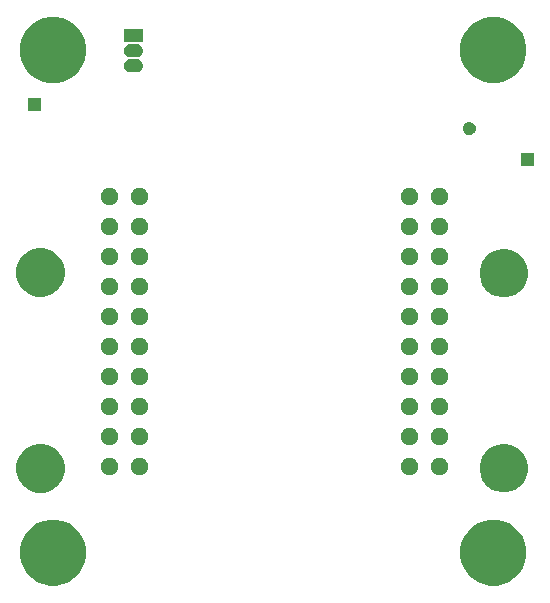
<source format=gts>
G04 #@! TF.GenerationSoftware,KiCad,Pcbnew,5.1.5+dfsg1-2build2*
G04 #@! TF.CreationDate,2021-05-18T17:36:40-03:00*
G04 #@! TF.ProjectId,jbox_kicad,6a626f78-5f6b-4696-9361-642e6b696361,0*
G04 #@! TF.SameCoordinates,Original*
G04 #@! TF.FileFunction,Soldermask,Top*
G04 #@! TF.FilePolarity,Negative*
%FSLAX46Y46*%
G04 Gerber Fmt 4.6, Leading zero omitted, Abs format (unit mm)*
G04 Created by KiCad (PCBNEW 5.1.5+dfsg1-2build2) date 2021-05-18 17:36:40*
%MOMM*%
%LPD*%
G04 APERTURE LIST*
%ADD10C,0.500000*%
G04 APERTURE END LIST*
D10*
G36*
X252086463Y-150249333D02*
G01*
X252596176Y-150460463D01*
X253054906Y-150766976D01*
X253445024Y-151157094D01*
X253751537Y-151615824D01*
X253962667Y-152125537D01*
X254070300Y-152666645D01*
X254070300Y-153218355D01*
X253962667Y-153759463D01*
X253751537Y-154269176D01*
X253445024Y-154727906D01*
X253054906Y-155118024D01*
X252596176Y-155424537D01*
X252086463Y-155635667D01*
X251545355Y-155743300D01*
X250993645Y-155743300D01*
X250452537Y-155635667D01*
X249942824Y-155424537D01*
X249484094Y-155118024D01*
X249093976Y-154727906D01*
X248787463Y-154269176D01*
X248576333Y-153759463D01*
X248468700Y-153218355D01*
X248468700Y-152666645D01*
X248576333Y-152125537D01*
X248787463Y-151615824D01*
X249093976Y-151157094D01*
X249484094Y-150766976D01*
X249942824Y-150460463D01*
X250452537Y-150249333D01*
X250993645Y-150141700D01*
X251545355Y-150141700D01*
X252086463Y-150249333D01*
G37*
G36*
X214809423Y-150249333D02*
G01*
X215319136Y-150460463D01*
X215777866Y-150766976D01*
X216167984Y-151157094D01*
X216474497Y-151615824D01*
X216685627Y-152125537D01*
X216793260Y-152666645D01*
X216793260Y-153218355D01*
X216685627Y-153759463D01*
X216474497Y-154269176D01*
X216167984Y-154727906D01*
X215777866Y-155118024D01*
X215319136Y-155424537D01*
X214809423Y-155635667D01*
X214268315Y-155743300D01*
X213716605Y-155743300D01*
X213175497Y-155635667D01*
X212665784Y-155424537D01*
X212207054Y-155118024D01*
X211816936Y-154727906D01*
X211510423Y-154269176D01*
X211299293Y-153759463D01*
X211191660Y-153218355D01*
X211191660Y-152666645D01*
X211299293Y-152125537D01*
X211510423Y-151615824D01*
X211816936Y-151157094D01*
X212207054Y-150766976D01*
X212665784Y-150460463D01*
X213175497Y-150249333D01*
X213716605Y-150141700D01*
X214268315Y-150141700D01*
X214809423Y-150249333D01*
G37*
G36*
X213526396Y-143834171D02*
G01*
X213899618Y-143988765D01*
X214235509Y-144213200D01*
X214521160Y-144498851D01*
X214745595Y-144834742D01*
X214900189Y-145207964D01*
X214979000Y-145604174D01*
X214979000Y-146008146D01*
X214900189Y-146404356D01*
X214745595Y-146777578D01*
X214521160Y-147113469D01*
X214235509Y-147399120D01*
X213899618Y-147623555D01*
X213526396Y-147778149D01*
X213130186Y-147856960D01*
X212726214Y-147856960D01*
X212330004Y-147778149D01*
X211956782Y-147623555D01*
X211620891Y-147399120D01*
X211335240Y-147113469D01*
X211110805Y-146777578D01*
X210956211Y-146404356D01*
X210877400Y-146008146D01*
X210877400Y-145604174D01*
X210956211Y-145207964D01*
X211110805Y-144834742D01*
X211335240Y-144498851D01*
X211620891Y-144213200D01*
X211956782Y-143988765D01*
X212330004Y-143834171D01*
X212726214Y-143755360D01*
X213130186Y-143755360D01*
X213526396Y-143834171D01*
G37*
G36*
X252769396Y-143824011D02*
G01*
X253142618Y-143978605D01*
X253478509Y-144203040D01*
X253764160Y-144488691D01*
X253988595Y-144824582D01*
X254143189Y-145197804D01*
X254222000Y-145594014D01*
X254222000Y-145997986D01*
X254143189Y-146394196D01*
X253988595Y-146767418D01*
X253764160Y-147103309D01*
X253478509Y-147388960D01*
X253142618Y-147613395D01*
X252769396Y-147767989D01*
X252373186Y-147846800D01*
X251969214Y-147846800D01*
X251573004Y-147767989D01*
X251199782Y-147613395D01*
X250863891Y-147388960D01*
X250578240Y-147103309D01*
X250353805Y-146767418D01*
X250199211Y-146394196D01*
X250120400Y-145997986D01*
X250120400Y-145594014D01*
X250199211Y-145197804D01*
X250353805Y-144824582D01*
X250578240Y-144488691D01*
X250863891Y-144203040D01*
X251199782Y-143978605D01*
X251573004Y-143824011D01*
X251969214Y-143745200D01*
X252373186Y-143745200D01*
X252769396Y-143824011D01*
G37*
G36*
X244389200Y-144921653D02*
G01*
X244525837Y-144978249D01*
X244648807Y-145060415D01*
X244753385Y-145164993D01*
X244835551Y-145287963D01*
X244892147Y-145424600D01*
X244921000Y-145569653D01*
X244921000Y-145717547D01*
X244892147Y-145862600D01*
X244835551Y-145999237D01*
X244753385Y-146122207D01*
X244648807Y-146226785D01*
X244525837Y-146308951D01*
X244389200Y-146365547D01*
X244244147Y-146394400D01*
X244096253Y-146394400D01*
X243951200Y-146365547D01*
X243814563Y-146308951D01*
X243691593Y-146226785D01*
X243587015Y-146122207D01*
X243504849Y-145999237D01*
X243448253Y-145862600D01*
X243419400Y-145717547D01*
X243419400Y-145569653D01*
X243448253Y-145424600D01*
X243504849Y-145287963D01*
X243587015Y-145164993D01*
X243691593Y-145060415D01*
X243814563Y-144978249D01*
X243951200Y-144921653D01*
X244096253Y-144892800D01*
X244244147Y-144892800D01*
X244389200Y-144921653D01*
G37*
G36*
X246929200Y-144921653D02*
G01*
X247065837Y-144978249D01*
X247188807Y-145060415D01*
X247293385Y-145164993D01*
X247375551Y-145287963D01*
X247432147Y-145424600D01*
X247461000Y-145569653D01*
X247461000Y-145717547D01*
X247432147Y-145862600D01*
X247375551Y-145999237D01*
X247293385Y-146122207D01*
X247188807Y-146226785D01*
X247065837Y-146308951D01*
X246929200Y-146365547D01*
X246784147Y-146394400D01*
X246636253Y-146394400D01*
X246491200Y-146365547D01*
X246354563Y-146308951D01*
X246231593Y-146226785D01*
X246127015Y-146122207D01*
X246044849Y-145999237D01*
X245988253Y-145862600D01*
X245959400Y-145717547D01*
X245959400Y-145569653D01*
X245988253Y-145424600D01*
X246044849Y-145287963D01*
X246127015Y-145164993D01*
X246231593Y-145060415D01*
X246354563Y-144978249D01*
X246491200Y-144921653D01*
X246636253Y-144892800D01*
X246784147Y-144892800D01*
X246929200Y-144921653D01*
G37*
G36*
X218989200Y-144921653D02*
G01*
X219125837Y-144978249D01*
X219248807Y-145060415D01*
X219353385Y-145164993D01*
X219435551Y-145287963D01*
X219492147Y-145424600D01*
X219521000Y-145569653D01*
X219521000Y-145717547D01*
X219492147Y-145862600D01*
X219435551Y-145999237D01*
X219353385Y-146122207D01*
X219248807Y-146226785D01*
X219125837Y-146308951D01*
X218989200Y-146365547D01*
X218844147Y-146394400D01*
X218696253Y-146394400D01*
X218551200Y-146365547D01*
X218414563Y-146308951D01*
X218291593Y-146226785D01*
X218187015Y-146122207D01*
X218104849Y-145999237D01*
X218048253Y-145862600D01*
X218019400Y-145717547D01*
X218019400Y-145569653D01*
X218048253Y-145424600D01*
X218104849Y-145287963D01*
X218187015Y-145164993D01*
X218291593Y-145060415D01*
X218414563Y-144978249D01*
X218551200Y-144921653D01*
X218696253Y-144892800D01*
X218844147Y-144892800D01*
X218989200Y-144921653D01*
G37*
G36*
X221529200Y-144921653D02*
G01*
X221665837Y-144978249D01*
X221788807Y-145060415D01*
X221893385Y-145164993D01*
X221975551Y-145287963D01*
X222032147Y-145424600D01*
X222061000Y-145569653D01*
X222061000Y-145717547D01*
X222032147Y-145862600D01*
X221975551Y-145999237D01*
X221893385Y-146122207D01*
X221788807Y-146226785D01*
X221665837Y-146308951D01*
X221529200Y-146365547D01*
X221384147Y-146394400D01*
X221236253Y-146394400D01*
X221091200Y-146365547D01*
X220954563Y-146308951D01*
X220831593Y-146226785D01*
X220727015Y-146122207D01*
X220644849Y-145999237D01*
X220588253Y-145862600D01*
X220559400Y-145717547D01*
X220559400Y-145569653D01*
X220588253Y-145424600D01*
X220644849Y-145287963D01*
X220727015Y-145164993D01*
X220831593Y-145060415D01*
X220954563Y-144978249D01*
X221091200Y-144921653D01*
X221236253Y-144892800D01*
X221384147Y-144892800D01*
X221529200Y-144921653D01*
G37*
G36*
X246929200Y-142381653D02*
G01*
X247065837Y-142438249D01*
X247188807Y-142520415D01*
X247293385Y-142624993D01*
X247375551Y-142747963D01*
X247432147Y-142884600D01*
X247461000Y-143029653D01*
X247461000Y-143177547D01*
X247432147Y-143322600D01*
X247375551Y-143459237D01*
X247293385Y-143582207D01*
X247188807Y-143686785D01*
X247065837Y-143768951D01*
X246929200Y-143825547D01*
X246784147Y-143854400D01*
X246636253Y-143854400D01*
X246491200Y-143825547D01*
X246354563Y-143768951D01*
X246231593Y-143686785D01*
X246127015Y-143582207D01*
X246044849Y-143459237D01*
X245988253Y-143322600D01*
X245959400Y-143177547D01*
X245959400Y-143029653D01*
X245988253Y-142884600D01*
X246044849Y-142747963D01*
X246127015Y-142624993D01*
X246231593Y-142520415D01*
X246354563Y-142438249D01*
X246491200Y-142381653D01*
X246636253Y-142352800D01*
X246784147Y-142352800D01*
X246929200Y-142381653D01*
G37*
G36*
X244389200Y-142381653D02*
G01*
X244525837Y-142438249D01*
X244648807Y-142520415D01*
X244753385Y-142624993D01*
X244835551Y-142747963D01*
X244892147Y-142884600D01*
X244921000Y-143029653D01*
X244921000Y-143177547D01*
X244892147Y-143322600D01*
X244835551Y-143459237D01*
X244753385Y-143582207D01*
X244648807Y-143686785D01*
X244525837Y-143768951D01*
X244389200Y-143825547D01*
X244244147Y-143854400D01*
X244096253Y-143854400D01*
X243951200Y-143825547D01*
X243814563Y-143768951D01*
X243691593Y-143686785D01*
X243587015Y-143582207D01*
X243504849Y-143459237D01*
X243448253Y-143322600D01*
X243419400Y-143177547D01*
X243419400Y-143029653D01*
X243448253Y-142884600D01*
X243504849Y-142747963D01*
X243587015Y-142624993D01*
X243691593Y-142520415D01*
X243814563Y-142438249D01*
X243951200Y-142381653D01*
X244096253Y-142352800D01*
X244244147Y-142352800D01*
X244389200Y-142381653D01*
G37*
G36*
X221529200Y-142381653D02*
G01*
X221665837Y-142438249D01*
X221788807Y-142520415D01*
X221893385Y-142624993D01*
X221975551Y-142747963D01*
X222032147Y-142884600D01*
X222061000Y-143029653D01*
X222061000Y-143177547D01*
X222032147Y-143322600D01*
X221975551Y-143459237D01*
X221893385Y-143582207D01*
X221788807Y-143686785D01*
X221665837Y-143768951D01*
X221529200Y-143825547D01*
X221384147Y-143854400D01*
X221236253Y-143854400D01*
X221091200Y-143825547D01*
X220954563Y-143768951D01*
X220831593Y-143686785D01*
X220727015Y-143582207D01*
X220644849Y-143459237D01*
X220588253Y-143322600D01*
X220559400Y-143177547D01*
X220559400Y-143029653D01*
X220588253Y-142884600D01*
X220644849Y-142747963D01*
X220727015Y-142624993D01*
X220831593Y-142520415D01*
X220954563Y-142438249D01*
X221091200Y-142381653D01*
X221236253Y-142352800D01*
X221384147Y-142352800D01*
X221529200Y-142381653D01*
G37*
G36*
X218989200Y-142381653D02*
G01*
X219125837Y-142438249D01*
X219248807Y-142520415D01*
X219353385Y-142624993D01*
X219435551Y-142747963D01*
X219492147Y-142884600D01*
X219521000Y-143029653D01*
X219521000Y-143177547D01*
X219492147Y-143322600D01*
X219435551Y-143459237D01*
X219353385Y-143582207D01*
X219248807Y-143686785D01*
X219125837Y-143768951D01*
X218989200Y-143825547D01*
X218844147Y-143854400D01*
X218696253Y-143854400D01*
X218551200Y-143825547D01*
X218414563Y-143768951D01*
X218291593Y-143686785D01*
X218187015Y-143582207D01*
X218104849Y-143459237D01*
X218048253Y-143322600D01*
X218019400Y-143177547D01*
X218019400Y-143029653D01*
X218048253Y-142884600D01*
X218104849Y-142747963D01*
X218187015Y-142624993D01*
X218291593Y-142520415D01*
X218414563Y-142438249D01*
X218551200Y-142381653D01*
X218696253Y-142352800D01*
X218844147Y-142352800D01*
X218989200Y-142381653D01*
G37*
G36*
X244389200Y-139841653D02*
G01*
X244525837Y-139898249D01*
X244648807Y-139980415D01*
X244753385Y-140084993D01*
X244835551Y-140207963D01*
X244892147Y-140344600D01*
X244921000Y-140489653D01*
X244921000Y-140637547D01*
X244892147Y-140782600D01*
X244835551Y-140919237D01*
X244753385Y-141042207D01*
X244648807Y-141146785D01*
X244525837Y-141228951D01*
X244389200Y-141285547D01*
X244244147Y-141314400D01*
X244096253Y-141314400D01*
X243951200Y-141285547D01*
X243814563Y-141228951D01*
X243691593Y-141146785D01*
X243587015Y-141042207D01*
X243504849Y-140919237D01*
X243448253Y-140782600D01*
X243419400Y-140637547D01*
X243419400Y-140489653D01*
X243448253Y-140344600D01*
X243504849Y-140207963D01*
X243587015Y-140084993D01*
X243691593Y-139980415D01*
X243814563Y-139898249D01*
X243951200Y-139841653D01*
X244096253Y-139812800D01*
X244244147Y-139812800D01*
X244389200Y-139841653D01*
G37*
G36*
X218989200Y-139841653D02*
G01*
X219125837Y-139898249D01*
X219248807Y-139980415D01*
X219353385Y-140084993D01*
X219435551Y-140207963D01*
X219492147Y-140344600D01*
X219521000Y-140489653D01*
X219521000Y-140637547D01*
X219492147Y-140782600D01*
X219435551Y-140919237D01*
X219353385Y-141042207D01*
X219248807Y-141146785D01*
X219125837Y-141228951D01*
X218989200Y-141285547D01*
X218844147Y-141314400D01*
X218696253Y-141314400D01*
X218551200Y-141285547D01*
X218414563Y-141228951D01*
X218291593Y-141146785D01*
X218187015Y-141042207D01*
X218104849Y-140919237D01*
X218048253Y-140782600D01*
X218019400Y-140637547D01*
X218019400Y-140489653D01*
X218048253Y-140344600D01*
X218104849Y-140207963D01*
X218187015Y-140084993D01*
X218291593Y-139980415D01*
X218414563Y-139898249D01*
X218551200Y-139841653D01*
X218696253Y-139812800D01*
X218844147Y-139812800D01*
X218989200Y-139841653D01*
G37*
G36*
X246929200Y-139841653D02*
G01*
X247065837Y-139898249D01*
X247188807Y-139980415D01*
X247293385Y-140084993D01*
X247375551Y-140207963D01*
X247432147Y-140344600D01*
X247461000Y-140489653D01*
X247461000Y-140637547D01*
X247432147Y-140782600D01*
X247375551Y-140919237D01*
X247293385Y-141042207D01*
X247188807Y-141146785D01*
X247065837Y-141228951D01*
X246929200Y-141285547D01*
X246784147Y-141314400D01*
X246636253Y-141314400D01*
X246491200Y-141285547D01*
X246354563Y-141228951D01*
X246231593Y-141146785D01*
X246127015Y-141042207D01*
X246044849Y-140919237D01*
X245988253Y-140782600D01*
X245959400Y-140637547D01*
X245959400Y-140489653D01*
X245988253Y-140344600D01*
X246044849Y-140207963D01*
X246127015Y-140084993D01*
X246231593Y-139980415D01*
X246354563Y-139898249D01*
X246491200Y-139841653D01*
X246636253Y-139812800D01*
X246784147Y-139812800D01*
X246929200Y-139841653D01*
G37*
G36*
X221529200Y-139841653D02*
G01*
X221665837Y-139898249D01*
X221788807Y-139980415D01*
X221893385Y-140084993D01*
X221975551Y-140207963D01*
X222032147Y-140344600D01*
X222061000Y-140489653D01*
X222061000Y-140637547D01*
X222032147Y-140782600D01*
X221975551Y-140919237D01*
X221893385Y-141042207D01*
X221788807Y-141146785D01*
X221665837Y-141228951D01*
X221529200Y-141285547D01*
X221384147Y-141314400D01*
X221236253Y-141314400D01*
X221091200Y-141285547D01*
X220954563Y-141228951D01*
X220831593Y-141146785D01*
X220727015Y-141042207D01*
X220644849Y-140919237D01*
X220588253Y-140782600D01*
X220559400Y-140637547D01*
X220559400Y-140489653D01*
X220588253Y-140344600D01*
X220644849Y-140207963D01*
X220727015Y-140084993D01*
X220831593Y-139980415D01*
X220954563Y-139898249D01*
X221091200Y-139841653D01*
X221236253Y-139812800D01*
X221384147Y-139812800D01*
X221529200Y-139841653D01*
G37*
G36*
X218989200Y-137301653D02*
G01*
X219125837Y-137358249D01*
X219248807Y-137440415D01*
X219353385Y-137544993D01*
X219435551Y-137667963D01*
X219492147Y-137804600D01*
X219521000Y-137949653D01*
X219521000Y-138097547D01*
X219492147Y-138242600D01*
X219435551Y-138379237D01*
X219353385Y-138502207D01*
X219248807Y-138606785D01*
X219125837Y-138688951D01*
X218989200Y-138745547D01*
X218844147Y-138774400D01*
X218696253Y-138774400D01*
X218551200Y-138745547D01*
X218414563Y-138688951D01*
X218291593Y-138606785D01*
X218187015Y-138502207D01*
X218104849Y-138379237D01*
X218048253Y-138242600D01*
X218019400Y-138097547D01*
X218019400Y-137949653D01*
X218048253Y-137804600D01*
X218104849Y-137667963D01*
X218187015Y-137544993D01*
X218291593Y-137440415D01*
X218414563Y-137358249D01*
X218551200Y-137301653D01*
X218696253Y-137272800D01*
X218844147Y-137272800D01*
X218989200Y-137301653D01*
G37*
G36*
X221529200Y-137301653D02*
G01*
X221665837Y-137358249D01*
X221788807Y-137440415D01*
X221893385Y-137544993D01*
X221975551Y-137667963D01*
X222032147Y-137804600D01*
X222061000Y-137949653D01*
X222061000Y-138097547D01*
X222032147Y-138242600D01*
X221975551Y-138379237D01*
X221893385Y-138502207D01*
X221788807Y-138606785D01*
X221665837Y-138688951D01*
X221529200Y-138745547D01*
X221384147Y-138774400D01*
X221236253Y-138774400D01*
X221091200Y-138745547D01*
X220954563Y-138688951D01*
X220831593Y-138606785D01*
X220727015Y-138502207D01*
X220644849Y-138379237D01*
X220588253Y-138242600D01*
X220559400Y-138097547D01*
X220559400Y-137949653D01*
X220588253Y-137804600D01*
X220644849Y-137667963D01*
X220727015Y-137544993D01*
X220831593Y-137440415D01*
X220954563Y-137358249D01*
X221091200Y-137301653D01*
X221236253Y-137272800D01*
X221384147Y-137272800D01*
X221529200Y-137301653D01*
G37*
G36*
X244389200Y-137301653D02*
G01*
X244525837Y-137358249D01*
X244648807Y-137440415D01*
X244753385Y-137544993D01*
X244835551Y-137667963D01*
X244892147Y-137804600D01*
X244921000Y-137949653D01*
X244921000Y-138097547D01*
X244892147Y-138242600D01*
X244835551Y-138379237D01*
X244753385Y-138502207D01*
X244648807Y-138606785D01*
X244525837Y-138688951D01*
X244389200Y-138745547D01*
X244244147Y-138774400D01*
X244096253Y-138774400D01*
X243951200Y-138745547D01*
X243814563Y-138688951D01*
X243691593Y-138606785D01*
X243587015Y-138502207D01*
X243504849Y-138379237D01*
X243448253Y-138242600D01*
X243419400Y-138097547D01*
X243419400Y-137949653D01*
X243448253Y-137804600D01*
X243504849Y-137667963D01*
X243587015Y-137544993D01*
X243691593Y-137440415D01*
X243814563Y-137358249D01*
X243951200Y-137301653D01*
X244096253Y-137272800D01*
X244244147Y-137272800D01*
X244389200Y-137301653D01*
G37*
G36*
X246929200Y-137301653D02*
G01*
X247065837Y-137358249D01*
X247188807Y-137440415D01*
X247293385Y-137544993D01*
X247375551Y-137667963D01*
X247432147Y-137804600D01*
X247461000Y-137949653D01*
X247461000Y-138097547D01*
X247432147Y-138242600D01*
X247375551Y-138379237D01*
X247293385Y-138502207D01*
X247188807Y-138606785D01*
X247065837Y-138688951D01*
X246929200Y-138745547D01*
X246784147Y-138774400D01*
X246636253Y-138774400D01*
X246491200Y-138745547D01*
X246354563Y-138688951D01*
X246231593Y-138606785D01*
X246127015Y-138502207D01*
X246044849Y-138379237D01*
X245988253Y-138242600D01*
X245959400Y-138097547D01*
X245959400Y-137949653D01*
X245988253Y-137804600D01*
X246044849Y-137667963D01*
X246127015Y-137544993D01*
X246231593Y-137440415D01*
X246354563Y-137358249D01*
X246491200Y-137301653D01*
X246636253Y-137272800D01*
X246784147Y-137272800D01*
X246929200Y-137301653D01*
G37*
G36*
X221529200Y-134761653D02*
G01*
X221665837Y-134818249D01*
X221788807Y-134900415D01*
X221893385Y-135004993D01*
X221975551Y-135127963D01*
X222032147Y-135264600D01*
X222061000Y-135409653D01*
X222061000Y-135557547D01*
X222032147Y-135702600D01*
X221975551Y-135839237D01*
X221893385Y-135962207D01*
X221788807Y-136066785D01*
X221665837Y-136148951D01*
X221529200Y-136205547D01*
X221384147Y-136234400D01*
X221236253Y-136234400D01*
X221091200Y-136205547D01*
X220954563Y-136148951D01*
X220831593Y-136066785D01*
X220727015Y-135962207D01*
X220644849Y-135839237D01*
X220588253Y-135702600D01*
X220559400Y-135557547D01*
X220559400Y-135409653D01*
X220588253Y-135264600D01*
X220644849Y-135127963D01*
X220727015Y-135004993D01*
X220831593Y-134900415D01*
X220954563Y-134818249D01*
X221091200Y-134761653D01*
X221236253Y-134732800D01*
X221384147Y-134732800D01*
X221529200Y-134761653D01*
G37*
G36*
X246929200Y-134761653D02*
G01*
X247065837Y-134818249D01*
X247188807Y-134900415D01*
X247293385Y-135004993D01*
X247375551Y-135127963D01*
X247432147Y-135264600D01*
X247461000Y-135409653D01*
X247461000Y-135557547D01*
X247432147Y-135702600D01*
X247375551Y-135839237D01*
X247293385Y-135962207D01*
X247188807Y-136066785D01*
X247065837Y-136148951D01*
X246929200Y-136205547D01*
X246784147Y-136234400D01*
X246636253Y-136234400D01*
X246491200Y-136205547D01*
X246354563Y-136148951D01*
X246231593Y-136066785D01*
X246127015Y-135962207D01*
X246044849Y-135839237D01*
X245988253Y-135702600D01*
X245959400Y-135557547D01*
X245959400Y-135409653D01*
X245988253Y-135264600D01*
X246044849Y-135127963D01*
X246127015Y-135004993D01*
X246231593Y-134900415D01*
X246354563Y-134818249D01*
X246491200Y-134761653D01*
X246636253Y-134732800D01*
X246784147Y-134732800D01*
X246929200Y-134761653D01*
G37*
G36*
X244389200Y-134761653D02*
G01*
X244525837Y-134818249D01*
X244648807Y-134900415D01*
X244753385Y-135004993D01*
X244835551Y-135127963D01*
X244892147Y-135264600D01*
X244921000Y-135409653D01*
X244921000Y-135557547D01*
X244892147Y-135702600D01*
X244835551Y-135839237D01*
X244753385Y-135962207D01*
X244648807Y-136066785D01*
X244525837Y-136148951D01*
X244389200Y-136205547D01*
X244244147Y-136234400D01*
X244096253Y-136234400D01*
X243951200Y-136205547D01*
X243814563Y-136148951D01*
X243691593Y-136066785D01*
X243587015Y-135962207D01*
X243504849Y-135839237D01*
X243448253Y-135702600D01*
X243419400Y-135557547D01*
X243419400Y-135409653D01*
X243448253Y-135264600D01*
X243504849Y-135127963D01*
X243587015Y-135004993D01*
X243691593Y-134900415D01*
X243814563Y-134818249D01*
X243951200Y-134761653D01*
X244096253Y-134732800D01*
X244244147Y-134732800D01*
X244389200Y-134761653D01*
G37*
G36*
X218989200Y-134761653D02*
G01*
X219125837Y-134818249D01*
X219248807Y-134900415D01*
X219353385Y-135004993D01*
X219435551Y-135127963D01*
X219492147Y-135264600D01*
X219521000Y-135409653D01*
X219521000Y-135557547D01*
X219492147Y-135702600D01*
X219435551Y-135839237D01*
X219353385Y-135962207D01*
X219248807Y-136066785D01*
X219125837Y-136148951D01*
X218989200Y-136205547D01*
X218844147Y-136234400D01*
X218696253Y-136234400D01*
X218551200Y-136205547D01*
X218414563Y-136148951D01*
X218291593Y-136066785D01*
X218187015Y-135962207D01*
X218104849Y-135839237D01*
X218048253Y-135702600D01*
X218019400Y-135557547D01*
X218019400Y-135409653D01*
X218048253Y-135264600D01*
X218104849Y-135127963D01*
X218187015Y-135004993D01*
X218291593Y-134900415D01*
X218414563Y-134818249D01*
X218551200Y-134761653D01*
X218696253Y-134732800D01*
X218844147Y-134732800D01*
X218989200Y-134761653D01*
G37*
G36*
X246929200Y-132221653D02*
G01*
X247065837Y-132278249D01*
X247188807Y-132360415D01*
X247293385Y-132464993D01*
X247375551Y-132587963D01*
X247432147Y-132724600D01*
X247461000Y-132869653D01*
X247461000Y-133017547D01*
X247432147Y-133162600D01*
X247375551Y-133299237D01*
X247293385Y-133422207D01*
X247188807Y-133526785D01*
X247065837Y-133608951D01*
X246929200Y-133665547D01*
X246784147Y-133694400D01*
X246636253Y-133694400D01*
X246491200Y-133665547D01*
X246354563Y-133608951D01*
X246231593Y-133526785D01*
X246127015Y-133422207D01*
X246044849Y-133299237D01*
X245988253Y-133162600D01*
X245959400Y-133017547D01*
X245959400Y-132869653D01*
X245988253Y-132724600D01*
X246044849Y-132587963D01*
X246127015Y-132464993D01*
X246231593Y-132360415D01*
X246354563Y-132278249D01*
X246491200Y-132221653D01*
X246636253Y-132192800D01*
X246784147Y-132192800D01*
X246929200Y-132221653D01*
G37*
G36*
X221529200Y-132221653D02*
G01*
X221665837Y-132278249D01*
X221788807Y-132360415D01*
X221893385Y-132464993D01*
X221975551Y-132587963D01*
X222032147Y-132724600D01*
X222061000Y-132869653D01*
X222061000Y-133017547D01*
X222032147Y-133162600D01*
X221975551Y-133299237D01*
X221893385Y-133422207D01*
X221788807Y-133526785D01*
X221665837Y-133608951D01*
X221529200Y-133665547D01*
X221384147Y-133694400D01*
X221236253Y-133694400D01*
X221091200Y-133665547D01*
X220954563Y-133608951D01*
X220831593Y-133526785D01*
X220727015Y-133422207D01*
X220644849Y-133299237D01*
X220588253Y-133162600D01*
X220559400Y-133017547D01*
X220559400Y-132869653D01*
X220588253Y-132724600D01*
X220644849Y-132587963D01*
X220727015Y-132464993D01*
X220831593Y-132360415D01*
X220954563Y-132278249D01*
X221091200Y-132221653D01*
X221236253Y-132192800D01*
X221384147Y-132192800D01*
X221529200Y-132221653D01*
G37*
G36*
X244389200Y-132221653D02*
G01*
X244525837Y-132278249D01*
X244648807Y-132360415D01*
X244753385Y-132464993D01*
X244835551Y-132587963D01*
X244892147Y-132724600D01*
X244921000Y-132869653D01*
X244921000Y-133017547D01*
X244892147Y-133162600D01*
X244835551Y-133299237D01*
X244753385Y-133422207D01*
X244648807Y-133526785D01*
X244525837Y-133608951D01*
X244389200Y-133665547D01*
X244244147Y-133694400D01*
X244096253Y-133694400D01*
X243951200Y-133665547D01*
X243814563Y-133608951D01*
X243691593Y-133526785D01*
X243587015Y-133422207D01*
X243504849Y-133299237D01*
X243448253Y-133162600D01*
X243419400Y-133017547D01*
X243419400Y-132869653D01*
X243448253Y-132724600D01*
X243504849Y-132587963D01*
X243587015Y-132464993D01*
X243691593Y-132360415D01*
X243814563Y-132278249D01*
X243951200Y-132221653D01*
X244096253Y-132192800D01*
X244244147Y-132192800D01*
X244389200Y-132221653D01*
G37*
G36*
X218989200Y-132221653D02*
G01*
X219125837Y-132278249D01*
X219248807Y-132360415D01*
X219353385Y-132464993D01*
X219435551Y-132587963D01*
X219492147Y-132724600D01*
X219521000Y-132869653D01*
X219521000Y-133017547D01*
X219492147Y-133162600D01*
X219435551Y-133299237D01*
X219353385Y-133422207D01*
X219248807Y-133526785D01*
X219125837Y-133608951D01*
X218989200Y-133665547D01*
X218844147Y-133694400D01*
X218696253Y-133694400D01*
X218551200Y-133665547D01*
X218414563Y-133608951D01*
X218291593Y-133526785D01*
X218187015Y-133422207D01*
X218104849Y-133299237D01*
X218048253Y-133162600D01*
X218019400Y-133017547D01*
X218019400Y-132869653D01*
X218048253Y-132724600D01*
X218104849Y-132587963D01*
X218187015Y-132464993D01*
X218291593Y-132360415D01*
X218414563Y-132278249D01*
X218551200Y-132221653D01*
X218696253Y-132192800D01*
X218844147Y-132192800D01*
X218989200Y-132221653D01*
G37*
G36*
X252769396Y-127314011D02*
G01*
X253142618Y-127468605D01*
X253478509Y-127693040D01*
X253764160Y-127978691D01*
X253988595Y-128314582D01*
X254143189Y-128687804D01*
X254222000Y-129084014D01*
X254222000Y-129487986D01*
X254143189Y-129884196D01*
X253988595Y-130257418D01*
X253764160Y-130593309D01*
X253478509Y-130878960D01*
X253142618Y-131103395D01*
X252769396Y-131257989D01*
X252373186Y-131336800D01*
X251969214Y-131336800D01*
X251573004Y-131257989D01*
X251199782Y-131103395D01*
X250863891Y-130878960D01*
X250578240Y-130593309D01*
X250353805Y-130257418D01*
X250199211Y-129884196D01*
X250120400Y-129487986D01*
X250120400Y-129084014D01*
X250199211Y-128687804D01*
X250353805Y-128314582D01*
X250578240Y-127978691D01*
X250863891Y-127693040D01*
X251199782Y-127468605D01*
X251573004Y-127314011D01*
X251969214Y-127235200D01*
X252373186Y-127235200D01*
X252769396Y-127314011D01*
G37*
G36*
X213513696Y-127260671D02*
G01*
X213886918Y-127415265D01*
X214222809Y-127639700D01*
X214508460Y-127925351D01*
X214732895Y-128261242D01*
X214887489Y-128634464D01*
X214966300Y-129030674D01*
X214966300Y-129434646D01*
X214887489Y-129830856D01*
X214732895Y-130204078D01*
X214508460Y-130539969D01*
X214222809Y-130825620D01*
X213886918Y-131050055D01*
X213513696Y-131204649D01*
X213117486Y-131283460D01*
X212713514Y-131283460D01*
X212317304Y-131204649D01*
X211944082Y-131050055D01*
X211608191Y-130825620D01*
X211322540Y-130539969D01*
X211098105Y-130204078D01*
X210943511Y-129830856D01*
X210864700Y-129434646D01*
X210864700Y-129030674D01*
X210943511Y-128634464D01*
X211098105Y-128261242D01*
X211322540Y-127925351D01*
X211608191Y-127639700D01*
X211944082Y-127415265D01*
X212317304Y-127260671D01*
X212713514Y-127181860D01*
X213117486Y-127181860D01*
X213513696Y-127260671D01*
G37*
G36*
X221529200Y-129681653D02*
G01*
X221665837Y-129738249D01*
X221788807Y-129820415D01*
X221893385Y-129924993D01*
X221975551Y-130047963D01*
X222032147Y-130184600D01*
X222061000Y-130329653D01*
X222061000Y-130477547D01*
X222032147Y-130622600D01*
X221975551Y-130759237D01*
X221893385Y-130882207D01*
X221788807Y-130986785D01*
X221665837Y-131068951D01*
X221529200Y-131125547D01*
X221384147Y-131154400D01*
X221236253Y-131154400D01*
X221091200Y-131125547D01*
X220954563Y-131068951D01*
X220831593Y-130986785D01*
X220727015Y-130882207D01*
X220644849Y-130759237D01*
X220588253Y-130622600D01*
X220559400Y-130477547D01*
X220559400Y-130329653D01*
X220588253Y-130184600D01*
X220644849Y-130047963D01*
X220727015Y-129924993D01*
X220831593Y-129820415D01*
X220954563Y-129738249D01*
X221091200Y-129681653D01*
X221236253Y-129652800D01*
X221384147Y-129652800D01*
X221529200Y-129681653D01*
G37*
G36*
X218989200Y-129681653D02*
G01*
X219125837Y-129738249D01*
X219248807Y-129820415D01*
X219353385Y-129924993D01*
X219435551Y-130047963D01*
X219492147Y-130184600D01*
X219521000Y-130329653D01*
X219521000Y-130477547D01*
X219492147Y-130622600D01*
X219435551Y-130759237D01*
X219353385Y-130882207D01*
X219248807Y-130986785D01*
X219125837Y-131068951D01*
X218989200Y-131125547D01*
X218844147Y-131154400D01*
X218696253Y-131154400D01*
X218551200Y-131125547D01*
X218414563Y-131068951D01*
X218291593Y-130986785D01*
X218187015Y-130882207D01*
X218104849Y-130759237D01*
X218048253Y-130622600D01*
X218019400Y-130477547D01*
X218019400Y-130329653D01*
X218048253Y-130184600D01*
X218104849Y-130047963D01*
X218187015Y-129924993D01*
X218291593Y-129820415D01*
X218414563Y-129738249D01*
X218551200Y-129681653D01*
X218696253Y-129652800D01*
X218844147Y-129652800D01*
X218989200Y-129681653D01*
G37*
G36*
X246929200Y-129681653D02*
G01*
X247065837Y-129738249D01*
X247188807Y-129820415D01*
X247293385Y-129924993D01*
X247375551Y-130047963D01*
X247432147Y-130184600D01*
X247461000Y-130329653D01*
X247461000Y-130477547D01*
X247432147Y-130622600D01*
X247375551Y-130759237D01*
X247293385Y-130882207D01*
X247188807Y-130986785D01*
X247065837Y-131068951D01*
X246929200Y-131125547D01*
X246784147Y-131154400D01*
X246636253Y-131154400D01*
X246491200Y-131125547D01*
X246354563Y-131068951D01*
X246231593Y-130986785D01*
X246127015Y-130882207D01*
X246044849Y-130759237D01*
X245988253Y-130622600D01*
X245959400Y-130477547D01*
X245959400Y-130329653D01*
X245988253Y-130184600D01*
X246044849Y-130047963D01*
X246127015Y-129924993D01*
X246231593Y-129820415D01*
X246354563Y-129738249D01*
X246491200Y-129681653D01*
X246636253Y-129652800D01*
X246784147Y-129652800D01*
X246929200Y-129681653D01*
G37*
G36*
X244389200Y-129681653D02*
G01*
X244525837Y-129738249D01*
X244648807Y-129820415D01*
X244753385Y-129924993D01*
X244835551Y-130047963D01*
X244892147Y-130184600D01*
X244921000Y-130329653D01*
X244921000Y-130477547D01*
X244892147Y-130622600D01*
X244835551Y-130759237D01*
X244753385Y-130882207D01*
X244648807Y-130986785D01*
X244525837Y-131068951D01*
X244389200Y-131125547D01*
X244244147Y-131154400D01*
X244096253Y-131154400D01*
X243951200Y-131125547D01*
X243814563Y-131068951D01*
X243691593Y-130986785D01*
X243587015Y-130882207D01*
X243504849Y-130759237D01*
X243448253Y-130622600D01*
X243419400Y-130477547D01*
X243419400Y-130329653D01*
X243448253Y-130184600D01*
X243504849Y-130047963D01*
X243587015Y-129924993D01*
X243691593Y-129820415D01*
X243814563Y-129738249D01*
X243951200Y-129681653D01*
X244096253Y-129652800D01*
X244244147Y-129652800D01*
X244389200Y-129681653D01*
G37*
G36*
X218989200Y-127141653D02*
G01*
X219125837Y-127198249D01*
X219248807Y-127280415D01*
X219353385Y-127384993D01*
X219435551Y-127507963D01*
X219492147Y-127644600D01*
X219521000Y-127789653D01*
X219521000Y-127937547D01*
X219492147Y-128082600D01*
X219435551Y-128219237D01*
X219353385Y-128342207D01*
X219248807Y-128446785D01*
X219125837Y-128528951D01*
X218989200Y-128585547D01*
X218844147Y-128614400D01*
X218696253Y-128614400D01*
X218551200Y-128585547D01*
X218414563Y-128528951D01*
X218291593Y-128446785D01*
X218187015Y-128342207D01*
X218104849Y-128219237D01*
X218048253Y-128082600D01*
X218019400Y-127937547D01*
X218019400Y-127789653D01*
X218048253Y-127644600D01*
X218104849Y-127507963D01*
X218187015Y-127384993D01*
X218291593Y-127280415D01*
X218414563Y-127198249D01*
X218551200Y-127141653D01*
X218696253Y-127112800D01*
X218844147Y-127112800D01*
X218989200Y-127141653D01*
G37*
G36*
X244389200Y-127141653D02*
G01*
X244525837Y-127198249D01*
X244648807Y-127280415D01*
X244753385Y-127384993D01*
X244835551Y-127507963D01*
X244892147Y-127644600D01*
X244921000Y-127789653D01*
X244921000Y-127937547D01*
X244892147Y-128082600D01*
X244835551Y-128219237D01*
X244753385Y-128342207D01*
X244648807Y-128446785D01*
X244525837Y-128528951D01*
X244389200Y-128585547D01*
X244244147Y-128614400D01*
X244096253Y-128614400D01*
X243951200Y-128585547D01*
X243814563Y-128528951D01*
X243691593Y-128446785D01*
X243587015Y-128342207D01*
X243504849Y-128219237D01*
X243448253Y-128082600D01*
X243419400Y-127937547D01*
X243419400Y-127789653D01*
X243448253Y-127644600D01*
X243504849Y-127507963D01*
X243587015Y-127384993D01*
X243691593Y-127280415D01*
X243814563Y-127198249D01*
X243951200Y-127141653D01*
X244096253Y-127112800D01*
X244244147Y-127112800D01*
X244389200Y-127141653D01*
G37*
G36*
X221529200Y-127141653D02*
G01*
X221665837Y-127198249D01*
X221788807Y-127280415D01*
X221893385Y-127384993D01*
X221975551Y-127507963D01*
X222032147Y-127644600D01*
X222061000Y-127789653D01*
X222061000Y-127937547D01*
X222032147Y-128082600D01*
X221975551Y-128219237D01*
X221893385Y-128342207D01*
X221788807Y-128446785D01*
X221665837Y-128528951D01*
X221529200Y-128585547D01*
X221384147Y-128614400D01*
X221236253Y-128614400D01*
X221091200Y-128585547D01*
X220954563Y-128528951D01*
X220831593Y-128446785D01*
X220727015Y-128342207D01*
X220644849Y-128219237D01*
X220588253Y-128082600D01*
X220559400Y-127937547D01*
X220559400Y-127789653D01*
X220588253Y-127644600D01*
X220644849Y-127507963D01*
X220727015Y-127384993D01*
X220831593Y-127280415D01*
X220954563Y-127198249D01*
X221091200Y-127141653D01*
X221236253Y-127112800D01*
X221384147Y-127112800D01*
X221529200Y-127141653D01*
G37*
G36*
X246929200Y-127141653D02*
G01*
X247065837Y-127198249D01*
X247188807Y-127280415D01*
X247293385Y-127384993D01*
X247375551Y-127507963D01*
X247432147Y-127644600D01*
X247461000Y-127789653D01*
X247461000Y-127937547D01*
X247432147Y-128082600D01*
X247375551Y-128219237D01*
X247293385Y-128342207D01*
X247188807Y-128446785D01*
X247065837Y-128528951D01*
X246929200Y-128585547D01*
X246784147Y-128614400D01*
X246636253Y-128614400D01*
X246491200Y-128585547D01*
X246354563Y-128528951D01*
X246231593Y-128446785D01*
X246127015Y-128342207D01*
X246044849Y-128219237D01*
X245988253Y-128082600D01*
X245959400Y-127937547D01*
X245959400Y-127789653D01*
X245988253Y-127644600D01*
X246044849Y-127507963D01*
X246127015Y-127384993D01*
X246231593Y-127280415D01*
X246354563Y-127198249D01*
X246491200Y-127141653D01*
X246636253Y-127112800D01*
X246784147Y-127112800D01*
X246929200Y-127141653D01*
G37*
G36*
X246929200Y-124601653D02*
G01*
X247065837Y-124658249D01*
X247188807Y-124740415D01*
X247293385Y-124844993D01*
X247375551Y-124967963D01*
X247432147Y-125104600D01*
X247461000Y-125249653D01*
X247461000Y-125397547D01*
X247432147Y-125542600D01*
X247375551Y-125679237D01*
X247293385Y-125802207D01*
X247188807Y-125906785D01*
X247065837Y-125988951D01*
X246929200Y-126045547D01*
X246784147Y-126074400D01*
X246636253Y-126074400D01*
X246491200Y-126045547D01*
X246354563Y-125988951D01*
X246231593Y-125906785D01*
X246127015Y-125802207D01*
X246044849Y-125679237D01*
X245988253Y-125542600D01*
X245959400Y-125397547D01*
X245959400Y-125249653D01*
X245988253Y-125104600D01*
X246044849Y-124967963D01*
X246127015Y-124844993D01*
X246231593Y-124740415D01*
X246354563Y-124658249D01*
X246491200Y-124601653D01*
X246636253Y-124572800D01*
X246784147Y-124572800D01*
X246929200Y-124601653D01*
G37*
G36*
X218989200Y-124601653D02*
G01*
X219125837Y-124658249D01*
X219248807Y-124740415D01*
X219353385Y-124844993D01*
X219435551Y-124967963D01*
X219492147Y-125104600D01*
X219521000Y-125249653D01*
X219521000Y-125397547D01*
X219492147Y-125542600D01*
X219435551Y-125679237D01*
X219353385Y-125802207D01*
X219248807Y-125906785D01*
X219125837Y-125988951D01*
X218989200Y-126045547D01*
X218844147Y-126074400D01*
X218696253Y-126074400D01*
X218551200Y-126045547D01*
X218414563Y-125988951D01*
X218291593Y-125906785D01*
X218187015Y-125802207D01*
X218104849Y-125679237D01*
X218048253Y-125542600D01*
X218019400Y-125397547D01*
X218019400Y-125249653D01*
X218048253Y-125104600D01*
X218104849Y-124967963D01*
X218187015Y-124844993D01*
X218291593Y-124740415D01*
X218414563Y-124658249D01*
X218551200Y-124601653D01*
X218696253Y-124572800D01*
X218844147Y-124572800D01*
X218989200Y-124601653D01*
G37*
G36*
X244389200Y-124601653D02*
G01*
X244525837Y-124658249D01*
X244648807Y-124740415D01*
X244753385Y-124844993D01*
X244835551Y-124967963D01*
X244892147Y-125104600D01*
X244921000Y-125249653D01*
X244921000Y-125397547D01*
X244892147Y-125542600D01*
X244835551Y-125679237D01*
X244753385Y-125802207D01*
X244648807Y-125906785D01*
X244525837Y-125988951D01*
X244389200Y-126045547D01*
X244244147Y-126074400D01*
X244096253Y-126074400D01*
X243951200Y-126045547D01*
X243814563Y-125988951D01*
X243691593Y-125906785D01*
X243587015Y-125802207D01*
X243504849Y-125679237D01*
X243448253Y-125542600D01*
X243419400Y-125397547D01*
X243419400Y-125249653D01*
X243448253Y-125104600D01*
X243504849Y-124967963D01*
X243587015Y-124844993D01*
X243691593Y-124740415D01*
X243814563Y-124658249D01*
X243951200Y-124601653D01*
X244096253Y-124572800D01*
X244244147Y-124572800D01*
X244389200Y-124601653D01*
G37*
G36*
X221529200Y-124601653D02*
G01*
X221665837Y-124658249D01*
X221788807Y-124740415D01*
X221893385Y-124844993D01*
X221975551Y-124967963D01*
X222032147Y-125104600D01*
X222061000Y-125249653D01*
X222061000Y-125397547D01*
X222032147Y-125542600D01*
X221975551Y-125679237D01*
X221893385Y-125802207D01*
X221788807Y-125906785D01*
X221665837Y-125988951D01*
X221529200Y-126045547D01*
X221384147Y-126074400D01*
X221236253Y-126074400D01*
X221091200Y-126045547D01*
X220954563Y-125988951D01*
X220831593Y-125906785D01*
X220727015Y-125802207D01*
X220644849Y-125679237D01*
X220588253Y-125542600D01*
X220559400Y-125397547D01*
X220559400Y-125249653D01*
X220588253Y-125104600D01*
X220644849Y-124967963D01*
X220727015Y-124844993D01*
X220831593Y-124740415D01*
X220954563Y-124658249D01*
X221091200Y-124601653D01*
X221236253Y-124572800D01*
X221384147Y-124572800D01*
X221529200Y-124601653D01*
G37*
G36*
X244389200Y-122061653D02*
G01*
X244525837Y-122118249D01*
X244648807Y-122200415D01*
X244753385Y-122304993D01*
X244835551Y-122427963D01*
X244892147Y-122564600D01*
X244921000Y-122709653D01*
X244921000Y-122857547D01*
X244892147Y-123002600D01*
X244835551Y-123139237D01*
X244753385Y-123262207D01*
X244648807Y-123366785D01*
X244525837Y-123448951D01*
X244389200Y-123505547D01*
X244244147Y-123534400D01*
X244096253Y-123534400D01*
X243951200Y-123505547D01*
X243814563Y-123448951D01*
X243691593Y-123366785D01*
X243587015Y-123262207D01*
X243504849Y-123139237D01*
X243448253Y-123002600D01*
X243419400Y-122857547D01*
X243419400Y-122709653D01*
X243448253Y-122564600D01*
X243504849Y-122427963D01*
X243587015Y-122304993D01*
X243691593Y-122200415D01*
X243814563Y-122118249D01*
X243951200Y-122061653D01*
X244096253Y-122032800D01*
X244244147Y-122032800D01*
X244389200Y-122061653D01*
G37*
G36*
X246929200Y-122061653D02*
G01*
X247065837Y-122118249D01*
X247188807Y-122200415D01*
X247293385Y-122304993D01*
X247375551Y-122427963D01*
X247432147Y-122564600D01*
X247461000Y-122709653D01*
X247461000Y-122857547D01*
X247432147Y-123002600D01*
X247375551Y-123139237D01*
X247293385Y-123262207D01*
X247188807Y-123366785D01*
X247065837Y-123448951D01*
X246929200Y-123505547D01*
X246784147Y-123534400D01*
X246636253Y-123534400D01*
X246491200Y-123505547D01*
X246354563Y-123448951D01*
X246231593Y-123366785D01*
X246127015Y-123262207D01*
X246044849Y-123139237D01*
X245988253Y-123002600D01*
X245959400Y-122857547D01*
X245959400Y-122709653D01*
X245988253Y-122564600D01*
X246044849Y-122427963D01*
X246127015Y-122304993D01*
X246231593Y-122200415D01*
X246354563Y-122118249D01*
X246491200Y-122061653D01*
X246636253Y-122032800D01*
X246784147Y-122032800D01*
X246929200Y-122061653D01*
G37*
G36*
X221529200Y-122061653D02*
G01*
X221665837Y-122118249D01*
X221788807Y-122200415D01*
X221893385Y-122304993D01*
X221975551Y-122427963D01*
X222032147Y-122564600D01*
X222061000Y-122709653D01*
X222061000Y-122857547D01*
X222032147Y-123002600D01*
X221975551Y-123139237D01*
X221893385Y-123262207D01*
X221788807Y-123366785D01*
X221665837Y-123448951D01*
X221529200Y-123505547D01*
X221384147Y-123534400D01*
X221236253Y-123534400D01*
X221091200Y-123505547D01*
X220954563Y-123448951D01*
X220831593Y-123366785D01*
X220727015Y-123262207D01*
X220644849Y-123139237D01*
X220588253Y-123002600D01*
X220559400Y-122857547D01*
X220559400Y-122709653D01*
X220588253Y-122564600D01*
X220644849Y-122427963D01*
X220727015Y-122304993D01*
X220831593Y-122200415D01*
X220954563Y-122118249D01*
X221091200Y-122061653D01*
X221236253Y-122032800D01*
X221384147Y-122032800D01*
X221529200Y-122061653D01*
G37*
G36*
X218989200Y-122061653D02*
G01*
X219125837Y-122118249D01*
X219248807Y-122200415D01*
X219353385Y-122304993D01*
X219435551Y-122427963D01*
X219492147Y-122564600D01*
X219521000Y-122709653D01*
X219521000Y-122857547D01*
X219492147Y-123002600D01*
X219435551Y-123139237D01*
X219353385Y-123262207D01*
X219248807Y-123366785D01*
X219125837Y-123448951D01*
X218989200Y-123505547D01*
X218844147Y-123534400D01*
X218696253Y-123534400D01*
X218551200Y-123505547D01*
X218414563Y-123448951D01*
X218291593Y-123366785D01*
X218187015Y-123262207D01*
X218104849Y-123139237D01*
X218048253Y-123002600D01*
X218019400Y-122857547D01*
X218019400Y-122709653D01*
X218048253Y-122564600D01*
X218104849Y-122427963D01*
X218187015Y-122304993D01*
X218291593Y-122200415D01*
X218414563Y-122118249D01*
X218551200Y-122061653D01*
X218696253Y-122032800D01*
X218844147Y-122032800D01*
X218989200Y-122061653D01*
G37*
G36*
X254741300Y-120248300D02*
G01*
X253639700Y-120248300D01*
X253639700Y-119146700D01*
X254741300Y-119146700D01*
X254741300Y-120248300D01*
G37*
G36*
X249398162Y-116500867D02*
G01*
X249498402Y-116542387D01*
X249588614Y-116602666D01*
X249665334Y-116679386D01*
X249725613Y-116769598D01*
X249767133Y-116869838D01*
X249788300Y-116976251D01*
X249788300Y-117084749D01*
X249767133Y-117191162D01*
X249725613Y-117291402D01*
X249665334Y-117381614D01*
X249588614Y-117458334D01*
X249498402Y-117518613D01*
X249398162Y-117560133D01*
X249291749Y-117581300D01*
X249183251Y-117581300D01*
X249076838Y-117560133D01*
X248976598Y-117518613D01*
X248886386Y-117458334D01*
X248809666Y-117381614D01*
X248749387Y-117291402D01*
X248707867Y-117191162D01*
X248686700Y-117084749D01*
X248686700Y-116976251D01*
X248707867Y-116869838D01*
X248749387Y-116769598D01*
X248809666Y-116679386D01*
X248886386Y-116602666D01*
X248976598Y-116542387D01*
X249076838Y-116500867D01*
X249183251Y-116479700D01*
X249291749Y-116479700D01*
X249398162Y-116500867D01*
G37*
G36*
X212958300Y-115549300D02*
G01*
X211856700Y-115549300D01*
X211856700Y-114447700D01*
X212958300Y-114447700D01*
X212958300Y-115549300D01*
G37*
G36*
X252086463Y-107704333D02*
G01*
X252596176Y-107915463D01*
X253054906Y-108221976D01*
X253445024Y-108612094D01*
X253751537Y-109070824D01*
X253962667Y-109580537D01*
X254070300Y-110121645D01*
X254070300Y-110673355D01*
X253962667Y-111214463D01*
X253751537Y-111724176D01*
X253445024Y-112182906D01*
X253054906Y-112573024D01*
X252596176Y-112879537D01*
X252086463Y-113090667D01*
X251545355Y-113198300D01*
X250993645Y-113198300D01*
X250452537Y-113090667D01*
X249942824Y-112879537D01*
X249484094Y-112573024D01*
X249093976Y-112182906D01*
X248787463Y-111724176D01*
X248576333Y-111214463D01*
X248468700Y-110673355D01*
X248468700Y-110121645D01*
X248576333Y-109580537D01*
X248787463Y-109070824D01*
X249093976Y-108612094D01*
X249484094Y-108221976D01*
X249942824Y-107915463D01*
X250452537Y-107704333D01*
X250993645Y-107596700D01*
X251545355Y-107596700D01*
X252086463Y-107704333D01*
G37*
G36*
X214809423Y-107704333D02*
G01*
X215319136Y-107915463D01*
X215777866Y-108221976D01*
X216167984Y-108612094D01*
X216474497Y-109070824D01*
X216685627Y-109580537D01*
X216793260Y-110121645D01*
X216793260Y-110673355D01*
X216685627Y-111214463D01*
X216474497Y-111724176D01*
X216167984Y-112182906D01*
X215777866Y-112573024D01*
X215319136Y-112879537D01*
X214809423Y-113090667D01*
X214268315Y-113198300D01*
X213716605Y-113198300D01*
X213175497Y-113090667D01*
X212665784Y-112879537D01*
X212207054Y-112573024D01*
X211816936Y-112182906D01*
X211510423Y-111724176D01*
X211299293Y-111214463D01*
X211191660Y-110673355D01*
X211191660Y-110121645D01*
X211299293Y-109580537D01*
X211510423Y-109070824D01*
X211816936Y-108612094D01*
X212207054Y-108221976D01*
X212665784Y-107915463D01*
X213175497Y-107704333D01*
X213716605Y-107596700D01*
X214268315Y-107596700D01*
X214809423Y-107704333D01*
G37*
G36*
X221127377Y-111129031D02*
G01*
X221235915Y-111161956D01*
X221335945Y-111215423D01*
X221423622Y-111287378D01*
X221495577Y-111375055D01*
X221549044Y-111475085D01*
X221581969Y-111583623D01*
X221593086Y-111696500D01*
X221581969Y-111809377D01*
X221549044Y-111917915D01*
X221495577Y-112017945D01*
X221423622Y-112105622D01*
X221335945Y-112177577D01*
X221235915Y-112231044D01*
X221127377Y-112263969D01*
X221042788Y-112272300D01*
X220536212Y-112272300D01*
X220451623Y-112263969D01*
X220343085Y-112231044D01*
X220243055Y-112177577D01*
X220155378Y-112105622D01*
X220083423Y-112017945D01*
X220029956Y-111917915D01*
X219997031Y-111809377D01*
X219985914Y-111696500D01*
X219997031Y-111583623D01*
X220029956Y-111475085D01*
X220083423Y-111375055D01*
X220155378Y-111287378D01*
X220243055Y-111215423D01*
X220343085Y-111161956D01*
X220451623Y-111129031D01*
X220536212Y-111120700D01*
X221042788Y-111120700D01*
X221127377Y-111129031D01*
G37*
G36*
X221127377Y-109859031D02*
G01*
X221235915Y-109891956D01*
X221335945Y-109945423D01*
X221423622Y-110017378D01*
X221495577Y-110105055D01*
X221549044Y-110205085D01*
X221581969Y-110313623D01*
X221593086Y-110426500D01*
X221581969Y-110539377D01*
X221549044Y-110647915D01*
X221495577Y-110747945D01*
X221423622Y-110835622D01*
X221335945Y-110907577D01*
X221235915Y-110961044D01*
X221127377Y-110993969D01*
X221042788Y-111002300D01*
X220536212Y-111002300D01*
X220451623Y-110993969D01*
X220343085Y-110961044D01*
X220243055Y-110907577D01*
X220155378Y-110835622D01*
X220083423Y-110747945D01*
X220029956Y-110647915D01*
X219997031Y-110539377D01*
X219985914Y-110426500D01*
X219997031Y-110313623D01*
X220029956Y-110205085D01*
X220083423Y-110105055D01*
X220155378Y-110017378D01*
X220243055Y-109945423D01*
X220343085Y-109891956D01*
X220451623Y-109859031D01*
X220536212Y-109850700D01*
X221042788Y-109850700D01*
X221127377Y-109859031D01*
G37*
G36*
X221590300Y-109732300D02*
G01*
X219988700Y-109732300D01*
X219988700Y-108580700D01*
X221590300Y-108580700D01*
X221590300Y-109732300D01*
G37*
M02*

</source>
